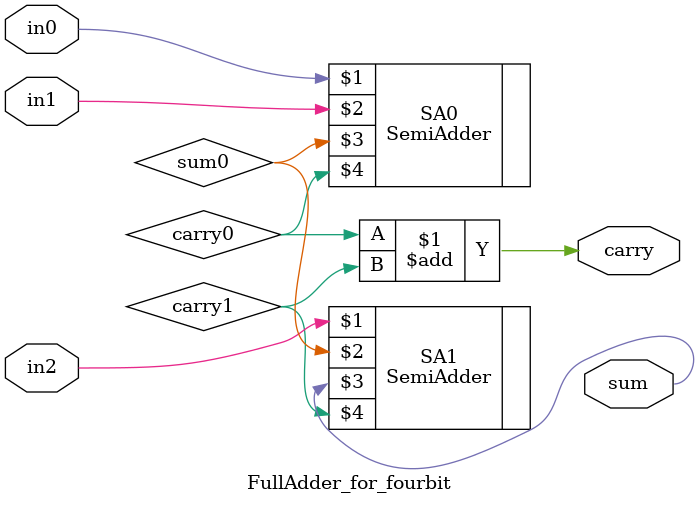
<source format=v>
module FullAdder_for_fourbit(in0, in1, in2, sum, carry);
	
	input in0, in1, in2;
	output sum, carry;
	
	wire carry0, carry1, sum0;
	
	SemiAdder SA0(in0, in1, sum0, carry0);
	SemiAdder SA1(in2, sum0, sum, carry1);
	assign carry=carry0+carry1;
	
endmodule

</source>
